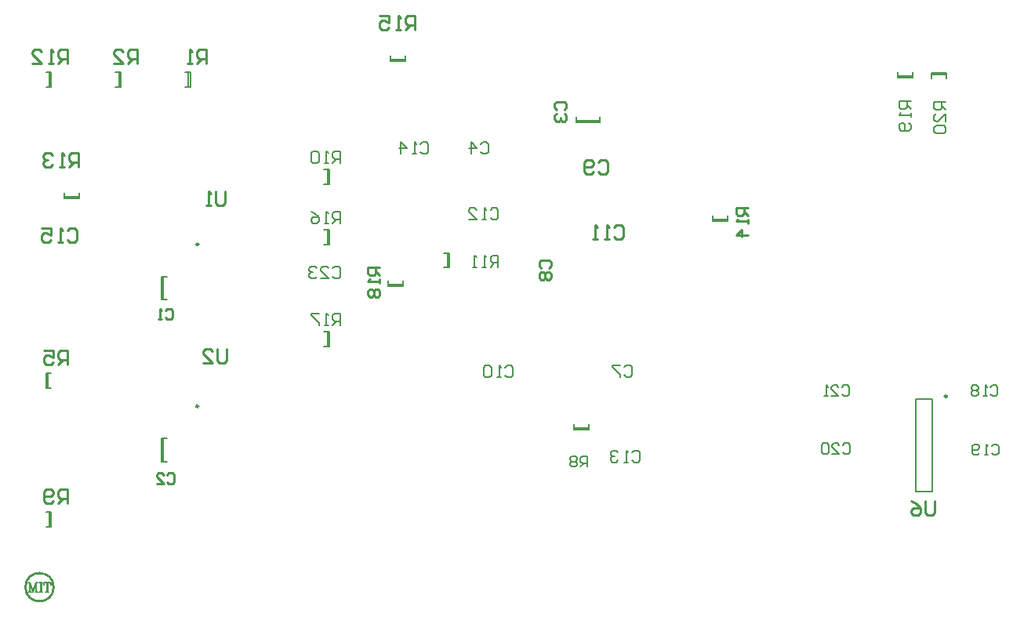
<source format=gbr>
G04 Layer_Color=49087*
%FSLAX23Y23*%
%MOIN*%
%TF.FileFunction,Legend,Bot*%
%TF.Part,Single*%
G01*
G75*
%ADD20C,0.010*%
%ADD47C,0.010*%
%ADD49C,0.008*%
%ADD50C,0.009*%
%ADD52C,0.008*%
D20*
X5045Y2125D02*
Y2075D01*
X5035Y2065D01*
X5015D01*
X5005Y2075D01*
Y2125D01*
X4945D02*
X4965Y2115D01*
X4985Y2095D01*
Y2075D01*
X4975Y2065D01*
X4955D01*
X4945Y2075D01*
Y2085D01*
X4955Y2095D01*
X4985D01*
X2036Y2773D02*
Y2723D01*
X2026Y2713D01*
X2006D01*
X1996Y2723D01*
Y2773D01*
X1936Y2713D02*
X1976D01*
X1936Y2753D01*
Y2763D01*
X1946Y2773D01*
X1966D01*
X1976Y2763D01*
X2030Y3443D02*
Y3393D01*
X2020Y3383D01*
X2000D01*
X1990Y3393D01*
Y3443D01*
X1970Y3383D02*
X1950D01*
X1960D01*
Y3443D01*
X1970Y3433D01*
X2836Y4130D02*
Y4190D01*
X2806D01*
X2796Y4180D01*
Y4160D01*
X2806Y4150D01*
X2836D01*
X2816D02*
X2796Y4130D01*
X2776D02*
X2756D01*
X2766D01*
Y4190D01*
X2776Y4180D01*
X2686Y4190D02*
X2726D01*
Y4160D01*
X2706Y4170D01*
X2696D01*
X2686Y4160D01*
Y4140D01*
X2696Y4130D01*
X2716D01*
X2726Y4140D01*
X4252Y3373D02*
X4202D01*
Y3348D01*
X4210Y3340D01*
X4227D01*
X4235Y3348D01*
Y3373D01*
Y3356D02*
X4252Y3340D01*
Y3323D02*
Y3306D01*
Y3315D01*
X4202D01*
X4210Y3323D01*
X4252Y3256D02*
X4202D01*
X4227Y3281D01*
Y3248D01*
X1407Y3546D02*
Y3606D01*
X1377D01*
X1367Y3596D01*
Y3576D01*
X1377Y3566D01*
X1407D01*
X1387D02*
X1367Y3546D01*
X1347D02*
X1327D01*
X1337D01*
Y3606D01*
X1347Y3596D01*
X1297D02*
X1287Y3606D01*
X1267D01*
X1257Y3596D01*
Y3586D01*
X1267Y3576D01*
X1277D01*
X1267D01*
X1257Y3566D01*
Y3556D01*
X1267Y3546D01*
X1287D01*
X1297Y3556D01*
X1360Y3987D02*
Y4047D01*
X1330D01*
X1320Y4037D01*
Y4017D01*
X1330Y4007D01*
X1360D01*
X1340D02*
X1320Y3987D01*
X1300D02*
X1280D01*
X1290D01*
Y4047D01*
X1300Y4037D01*
X1210Y3987D02*
X1250D01*
X1210Y4027D01*
Y4037D01*
X1220Y4047D01*
X1240D01*
X1250Y4037D01*
X1360Y2116D02*
Y2176D01*
X1330D01*
X1320Y2166D01*
Y2146D01*
X1330Y2136D01*
X1360D01*
X1340D02*
X1320Y2116D01*
X1300Y2126D02*
X1290Y2116D01*
X1270D01*
X1260Y2126D01*
Y2166D01*
X1270Y2176D01*
X1290D01*
X1300Y2166D01*
Y2156D01*
X1290Y2146D01*
X1260D01*
X1360Y2707D02*
Y2767D01*
X1330D01*
X1320Y2757D01*
Y2737D01*
X1330Y2727D01*
X1360D01*
X1340D02*
X1320Y2707D01*
X1260Y2767D02*
X1300D01*
Y2737D01*
X1280Y2747D01*
X1270D01*
X1260Y2737D01*
Y2717D01*
X1270Y2707D01*
X1290D01*
X1300Y2717D01*
X1655Y3987D02*
Y4047D01*
X1625D01*
X1615Y4037D01*
Y4017D01*
X1625Y4007D01*
X1655D01*
X1635D02*
X1615Y3987D01*
X1555D02*
X1595D01*
X1555Y4027D01*
Y4037D01*
X1565Y4047D01*
X1585D01*
X1595Y4037D01*
X1951Y3987D02*
Y4047D01*
X1921D01*
X1911Y4037D01*
Y4017D01*
X1921Y4007D01*
X1951D01*
X1931D02*
X1911Y3987D01*
X1891D02*
X1871D01*
X1881D01*
Y4047D01*
X1891Y4037D01*
X1361Y3276D02*
X1371Y3286D01*
X1391D01*
X1401Y3276D01*
Y3236D01*
X1391Y3226D01*
X1371D01*
X1361Y3236D01*
X1341Y3226D02*
X1321D01*
X1331D01*
Y3286D01*
X1341Y3276D01*
X1251Y3286D02*
X1291D01*
Y3256D01*
X1271Y3266D01*
X1261D01*
X1251Y3256D01*
Y3236D01*
X1261Y3226D01*
X1281D01*
X1291Y3236D01*
X3684Y3290D02*
X3694Y3300D01*
X3714D01*
X3724Y3290D01*
Y3250D01*
X3714Y3240D01*
X3694D01*
X3684Y3250D01*
X3664Y3240D02*
X3644D01*
X3654D01*
Y3300D01*
X3664Y3290D01*
X3614Y3240D02*
X3594D01*
X3604D01*
Y3300D01*
X3614Y3290D01*
X3617Y3566D02*
X3627Y3576D01*
X3647D01*
X3657Y3566D01*
Y3526D01*
X3647Y3516D01*
X3627D01*
X3617Y3526D01*
X3597D02*
X3587Y3516D01*
X3567D01*
X3557Y3526D01*
Y3566D01*
X3567Y3576D01*
X3587D01*
X3597Y3566D01*
Y3556D01*
X3587Y3546D01*
X3557D01*
X3439Y3790D02*
X3431Y3798D01*
Y3815D01*
X3439Y3823D01*
X3473D01*
X3481Y3815D01*
Y3798D01*
X3473Y3790D01*
X3439Y3773D02*
X3431Y3765D01*
Y3748D01*
X3439Y3740D01*
X3448D01*
X3456Y3748D01*
Y3756D01*
Y3748D01*
X3464Y3740D01*
X3473D01*
X3481Y3748D01*
Y3765D01*
X3473Y3773D01*
D47*
X1917Y3218D02*
G03*
X1917Y3218I-5J0D01*
G01*
Y2529D02*
G03*
X1917Y2529I-5J0D01*
G01*
X5099Y2571D02*
G03*
X5099Y2571I-5J0D01*
G01*
D49*
X4165Y3315D02*
Y3339D01*
X4102Y3315D02*
Y3339D01*
Y3315D02*
X4165D01*
X4102Y3322D02*
X4165D01*
X2795Y3996D02*
Y4020D01*
X2733Y3996D02*
Y4020D01*
Y3996D02*
X2795D01*
X2733Y4004D02*
X2795D01*
X2787Y3039D02*
Y3063D01*
X2724Y3039D02*
Y3063D01*
Y3039D02*
X2787D01*
X2724Y3047D02*
X2787D01*
X3575Y2429D02*
Y2453D01*
X3512Y2429D02*
Y2453D01*
Y2429D02*
X3575D01*
X3512Y2437D02*
X3575D01*
X4965Y2165D02*
X5035D01*
X4965Y2559D02*
X5035D01*
X4965Y2165D02*
Y2559D01*
X5035Y2165D02*
Y2559D01*
X4953Y3925D02*
Y3949D01*
X4890Y3925D02*
Y3949D01*
Y3925D02*
X4953D01*
X4890Y3933D02*
X4953D01*
X5034Y3923D02*
Y3947D01*
X5096Y3923D02*
Y3947D01*
X5034D02*
X5096D01*
X5034Y3939D02*
X5096D01*
X2449Y3535D02*
X2472D01*
X2449Y3472D02*
X2472D01*
Y3535D01*
X2465Y3472D02*
Y3535D01*
X2449Y3280D02*
X2472D01*
X2449Y3217D02*
X2472D01*
Y3280D01*
X2465Y3217D02*
Y3280D01*
X2449Y2846D02*
X2472D01*
X2449Y2783D02*
X2472D01*
Y2846D01*
X2465Y2783D02*
Y2846D01*
X2961Y3181D02*
X2984D01*
X2961Y3118D02*
X2984D01*
Y3181D01*
X2977Y3118D02*
Y3181D01*
X1767Y2982D02*
Y3081D01*
X1760Y2982D02*
Y3081D01*
X1783D01*
X1760Y2982D02*
X1783D01*
X1767Y2293D02*
Y2392D01*
X1760Y2293D02*
Y2392D01*
X1783D01*
X1760Y2293D02*
X1783D01*
X1268Y3949D02*
X1291D01*
X1268Y3886D02*
X1291D01*
Y3949D01*
X1284Y3886D02*
Y3949D01*
X1409Y3413D02*
Y3437D01*
X1346Y3413D02*
Y3437D01*
Y3413D02*
X1409D01*
X1346Y3421D02*
X1409D01*
X1268Y2606D02*
X1291D01*
X1268Y2669D02*
X1291D01*
X1268Y2606D02*
Y2669D01*
X1275Y2606D02*
Y2669D01*
X1268Y2079D02*
X1291D01*
X1268Y2016D02*
X1291D01*
Y2079D01*
X1284Y2016D02*
Y2079D01*
X1858Y3949D02*
X1882D01*
X1858Y3886D02*
X1882D01*
Y3949D01*
X1874Y3886D02*
Y3949D01*
X1563D02*
X1587D01*
X1563Y3886D02*
X1587D01*
Y3949D01*
X1579Y3886D02*
Y3949D01*
X3524Y3743D02*
X3622D01*
X3524Y3735D02*
X3622D01*
X3524D02*
Y3759D01*
X3622Y3735D02*
Y3759D01*
D50*
X1301Y1760D02*
G03*
X1301Y1760I-60J0D01*
G01*
X2687Y3119D02*
X2637D01*
Y3094D01*
X2645Y3086D01*
X2662D01*
X2670Y3094D01*
Y3119D01*
Y3102D02*
X2687Y3086D01*
Y3069D02*
Y3052D01*
Y3061D01*
X2637D01*
X2645Y3069D01*
Y3027D02*
X2637Y3019D01*
Y3002D01*
X2645Y2994D01*
X2654D01*
X2662Y3002D01*
X2670Y2994D01*
X2679D01*
X2687Y3002D01*
Y3019D01*
X2679Y3027D01*
X2670D01*
X2662Y3019D01*
X2654Y3027D01*
X2645D01*
X2662Y3019D02*
Y3002D01*
X3373Y3117D02*
X3365Y3125D01*
Y3142D01*
X3373Y3150D01*
X3407D01*
X3415Y3142D01*
Y3125D01*
X3407Y3117D01*
X3373Y3100D02*
X3365Y3092D01*
Y3075D01*
X3373Y3067D01*
X3382D01*
X3390Y3075D01*
X3398Y3067D01*
X3407D01*
X3415Y3075D01*
Y3092D01*
X3407Y3100D01*
X3398D01*
X3390Y3092D01*
X3382Y3100D01*
X3373D01*
X3390Y3092D02*
Y3075D01*
X1783Y2237D02*
X1791Y2245D01*
X1806D01*
X1813Y2237D01*
Y2207D01*
X1806Y2200D01*
X1791D01*
X1783Y2207D01*
X1738Y2200D02*
X1768D01*
X1738Y2230D01*
Y2237D01*
X1746Y2245D01*
X1761D01*
X1768Y2237D01*
X1776Y2936D02*
X1784Y2944D01*
X1799D01*
X1806Y2936D01*
Y2906D01*
X1799Y2899D01*
X1784D01*
X1776Y2906D01*
X1761Y2899D02*
X1746D01*
X1754D01*
Y2944D01*
X1761Y2936D01*
D52*
X5094Y3822D02*
X5044D01*
Y3797D01*
X5052Y3789D01*
X5069D01*
X5077Y3797D01*
Y3822D01*
Y3805D02*
X5094Y3789D01*
Y3739D02*
Y3772D01*
X5061Y3739D01*
X5052D01*
X5044Y3747D01*
Y3764D01*
X5052Y3772D01*
Y3722D02*
X5044Y3714D01*
Y3697D01*
X5052Y3689D01*
X5086D01*
X5094Y3697D01*
Y3714D01*
X5086Y3722D01*
X5052D01*
X4945Y3825D02*
X4895D01*
Y3800D01*
X4903Y3792D01*
X4920D01*
X4928Y3800D01*
Y3825D01*
Y3808D02*
X4945Y3792D01*
Y3775D02*
Y3758D01*
Y3767D01*
X4895D01*
X4903Y3775D01*
X4937Y3733D02*
X4945Y3725D01*
Y3708D01*
X4937Y3700D01*
X4903D01*
X4895Y3708D01*
Y3725D01*
X4903Y3733D01*
X4912D01*
X4920Y3725D01*
Y3700D01*
X2520Y2874D02*
Y2924D01*
X2495D01*
X2486Y2916D01*
Y2899D01*
X2495Y2891D01*
X2520D01*
X2503D02*
X2486Y2874D01*
X2470D02*
X2453D01*
X2461D01*
Y2924D01*
X2470Y2916D01*
X2428Y2924D02*
X2395D01*
Y2916D01*
X2428Y2882D01*
Y2874D01*
X2520Y3307D02*
Y3357D01*
X2495D01*
X2486Y3349D01*
Y3332D01*
X2495Y3324D01*
X2520D01*
X2503D02*
X2486Y3307D01*
X2470D02*
X2453D01*
X2461D01*
Y3357D01*
X2470Y3349D01*
X2395Y3357D02*
X2411Y3349D01*
X2428Y3332D01*
Y3315D01*
X2420Y3307D01*
X2403D01*
X2395Y3315D01*
Y3324D01*
X2403Y3332D01*
X2428D01*
X3191Y3121D02*
Y3171D01*
X3166D01*
X3158Y3163D01*
Y3146D01*
X3166Y3138D01*
X3191D01*
X3174D02*
X3158Y3121D01*
X3141D02*
X3124D01*
X3133D01*
Y3171D01*
X3141Y3163D01*
X3099Y3121D02*
X3083D01*
X3091D01*
Y3171D01*
X3099Y3163D01*
X2520Y3563D02*
Y3613D01*
X2495D01*
X2486Y3605D01*
Y3588D01*
X2495Y3580D01*
X2520D01*
X2503D02*
X2486Y3563D01*
X2470D02*
X2453D01*
X2461D01*
Y3613D01*
X2470Y3605D01*
X2428D02*
X2420Y3613D01*
X2403D01*
X2395Y3605D01*
Y3571D01*
X2403Y3563D01*
X2420D01*
X2428Y3571D01*
Y3605D01*
X3571Y2272D02*
Y2317D01*
X3549D01*
X3541Y2309D01*
Y2294D01*
X3549Y2287D01*
X3571D01*
X3556D02*
X3541Y2272D01*
X3526Y2309D02*
X3519Y2317D01*
X3504D01*
X3496Y2309D01*
Y2302D01*
X3504Y2294D01*
X3496Y2287D01*
Y2279D01*
X3504Y2272D01*
X3519D01*
X3526Y2279D01*
Y2287D01*
X3519Y2294D01*
X3526Y2302D01*
Y2309D01*
X3519Y2294D02*
X3504D01*
X2487Y3115D02*
X2495Y3123D01*
X2512D01*
X2520Y3115D01*
Y3081D01*
X2512Y3073D01*
X2495D01*
X2487Y3081D01*
X2437Y3073D02*
X2470D01*
X2437Y3106D01*
Y3115D01*
X2445Y3123D01*
X2462D01*
X2470Y3115D01*
X2420D02*
X2412Y3123D01*
X2395D01*
X2387Y3115D01*
Y3106D01*
X2395Y3098D01*
X2403D01*
X2395D01*
X2387Y3090D01*
Y3081D01*
X2395Y3073D01*
X2412D01*
X2420Y3081D01*
X4652Y2610D02*
X4660Y2618D01*
X4675D01*
X4682Y2610D01*
Y2580D01*
X4675Y2573D01*
X4660D01*
X4652Y2580D01*
X4607Y2573D02*
X4637D01*
X4607Y2603D01*
Y2610D01*
X4615Y2618D01*
X4630D01*
X4637Y2610D01*
X4592Y2573D02*
X4577D01*
X4585D01*
Y2618D01*
X4592Y2610D01*
X4656Y2364D02*
X4664Y2372D01*
X4679D01*
X4686Y2364D01*
Y2334D01*
X4679Y2327D01*
X4664D01*
X4656Y2334D01*
X4611Y2327D02*
X4641D01*
X4611Y2357D01*
Y2364D01*
X4619Y2372D01*
X4634D01*
X4641Y2364D01*
X4596D02*
X4589Y2372D01*
X4574D01*
X4566Y2364D01*
Y2334D01*
X4574Y2327D01*
X4589D01*
X4596Y2334D01*
Y2364D01*
X5288Y2359D02*
X5296Y2367D01*
X5311D01*
X5318Y2359D01*
Y2329D01*
X5311Y2322D01*
X5296D01*
X5288Y2329D01*
X5273Y2322D02*
X5258D01*
X5266D01*
Y2367D01*
X5273Y2359D01*
X5236Y2329D02*
X5228Y2322D01*
X5213D01*
X5206Y2329D01*
Y2359D01*
X5213Y2367D01*
X5228D01*
X5236Y2359D01*
Y2352D01*
X5228Y2344D01*
X5206D01*
X5284Y2611D02*
X5292Y2619D01*
X5307D01*
X5314Y2611D01*
Y2581D01*
X5307Y2574D01*
X5292D01*
X5284Y2581D01*
X5269Y2574D02*
X5254D01*
X5262D01*
Y2619D01*
X5269Y2611D01*
X5232D02*
X5224Y2619D01*
X5209D01*
X5202Y2611D01*
Y2604D01*
X5209Y2596D01*
X5202Y2589D01*
Y2581D01*
X5209Y2574D01*
X5224D01*
X5232Y2581D01*
Y2589D01*
X5224Y2596D01*
X5232Y2604D01*
Y2611D01*
X5224Y2596D02*
X5209D01*
X2860Y3644D02*
X2869Y3652D01*
X2885D01*
X2894Y3644D01*
Y3611D01*
X2885Y3602D01*
X2869D01*
X2860Y3611D01*
X2844Y3602D02*
X2827D01*
X2835D01*
Y3652D01*
X2844Y3644D01*
X2777Y3602D02*
Y3652D01*
X2802Y3627D01*
X2769D01*
X3760Y2333D02*
X3768Y2341D01*
X3785D01*
X3793Y2333D01*
Y2299D01*
X3785Y2291D01*
X3768D01*
X3760Y2299D01*
X3743Y2291D02*
X3726D01*
X3735D01*
Y2341D01*
X3743Y2333D01*
X3701D02*
X3693Y2341D01*
X3676D01*
X3668Y2333D01*
Y2324D01*
X3676Y2316D01*
X3685D01*
X3676D01*
X3668Y2308D01*
Y2299D01*
X3676Y2291D01*
X3693D01*
X3701Y2299D01*
X3158Y3364D02*
X3166Y3372D01*
X3183D01*
X3191Y3364D01*
Y3330D01*
X3183Y3322D01*
X3166D01*
X3158Y3330D01*
X3141Y3322D02*
X3124D01*
X3133D01*
Y3372D01*
X3141Y3364D01*
X3066Y3322D02*
X3099D01*
X3066Y3355D01*
Y3364D01*
X3074Y3372D01*
X3091D01*
X3099Y3364D01*
X3221Y2694D02*
X3229Y2702D01*
X3246D01*
X3254Y2694D01*
Y2660D01*
X3246Y2652D01*
X3229D01*
X3221Y2660D01*
X3204Y2652D02*
X3187D01*
X3196D01*
Y2702D01*
X3204Y2694D01*
X3162D02*
X3154Y2702D01*
X3137D01*
X3129Y2694D01*
Y2660D01*
X3137Y2652D01*
X3154D01*
X3162Y2660D01*
Y2694D01*
X3727Y2696D02*
X3735Y2704D01*
X3752D01*
X3760Y2696D01*
Y2662D01*
X3752Y2654D01*
X3735D01*
X3727Y2662D01*
X3710Y2704D02*
X3677D01*
Y2696D01*
X3710Y2662D01*
Y2654D01*
X3116Y3644D02*
X3125Y3652D01*
X3141D01*
X3150Y3644D01*
Y3611D01*
X3141Y3602D01*
X3125D01*
X3116Y3611D01*
X3075Y3602D02*
Y3652D01*
X3100Y3627D01*
X3066D01*
X1275Y1781D02*
Y1741D01*
X1273Y1781D02*
Y1741D01*
X1286Y1781D02*
X1288Y1770D01*
Y1781D01*
X1259D01*
Y1770D01*
X1261Y1781D01*
X1280Y1741D02*
X1267D01*
X1248Y1781D02*
Y1741D01*
X1246Y1781D02*
Y1741D01*
X1254Y1781D02*
X1240D01*
X1254Y1741D02*
X1240D01*
X1227Y1781D02*
Y1741D01*
X1226Y1781D02*
X1214Y1747D01*
X1227Y1781D02*
X1214Y1741D01*
X1201Y1781D02*
X1214Y1741D01*
X1201Y1781D02*
Y1741D01*
X1199Y1781D02*
Y1741D01*
X1233Y1781D02*
X1226D01*
X1201D02*
X1193D01*
X1233Y1741D02*
X1222D01*
X1206D02*
X1193D01*
%TF.MD5,E80BD1D07916BBAEE5907720B2E931B4*%
M02*

</source>
